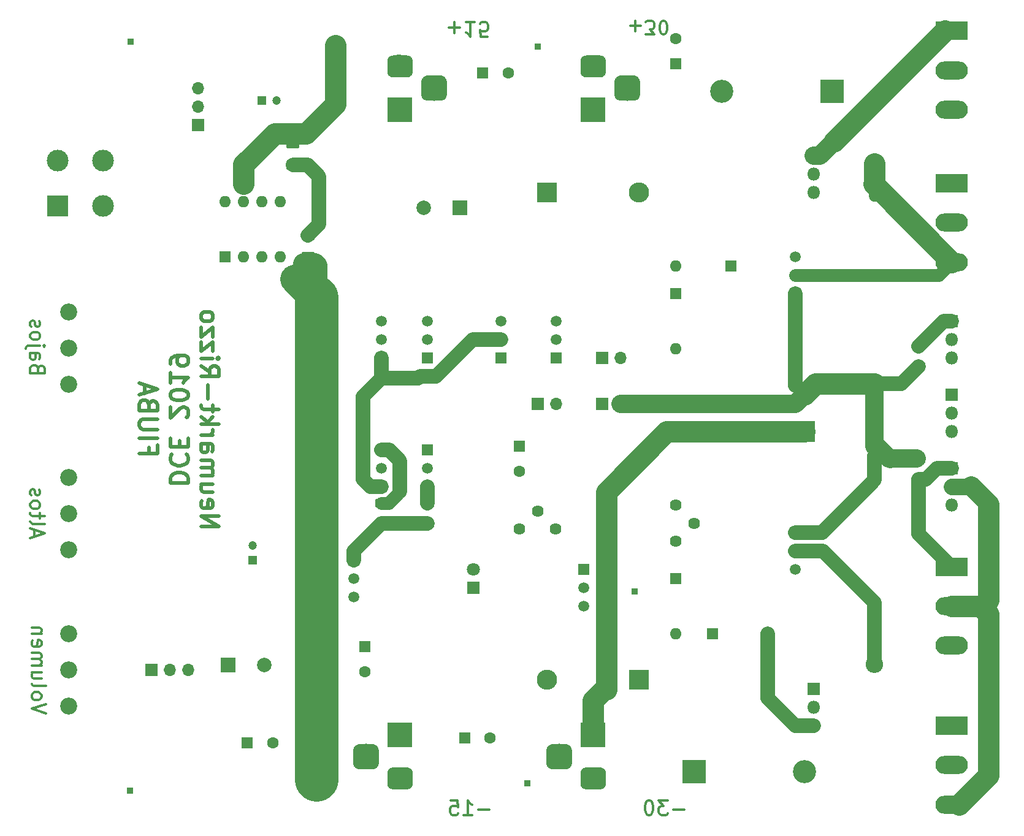
<source format=gbr>
G04 #@! TF.GenerationSoftware,KiCad,Pcbnew,(5.1.2)-2*
G04 #@! TF.CreationDate,2019-07-10T18:17:04-03:00*
G04 #@! TF.ProjectId,kicad_ampli,6b696361-645f-4616-9d70-6c692e6b6963,rev?*
G04 #@! TF.SameCoordinates,Original*
G04 #@! TF.FileFunction,Copper,L2,Bot*
G04 #@! TF.FilePolarity,Positive*
%FSLAX46Y46*%
G04 Gerber Fmt 4.6, Leading zero omitted, Abs format (unit mm)*
G04 Created by KiCad (PCBNEW (5.1.2)-2) date 2019-07-10 18:17:04*
%MOMM*%
%LPD*%
G04 APERTURE LIST*
%ADD10C,0.300000*%
%ADD11C,0.500000*%
%ADD12R,1.500000X1.500000*%
%ADD13C,1.500000*%
%ADD14O,1.700000X1.700000*%
%ADD15R,1.700000X1.700000*%
%ADD16R,0.850000X0.850000*%
%ADD17C,1.200000*%
%ADD18R,1.200000X1.200000*%
%ADD19C,2.000000*%
%ADD20R,2.000000X2.000000*%
%ADD21O,2.400000X2.400000*%
%ADD22C,2.400000*%
%ADD23C,0.100000*%
%ADD24C,3.500000*%
%ADD25C,3.000000*%
%ADD26R,3.500000X3.500000*%
%ADD27C,2.340000*%
%ADD28C,1.600000*%
%ADD29R,1.600000X1.600000*%
%ADD30C,1.620000*%
%ADD31O,1.600000X1.600000*%
%ADD32R,3.000000X3.000000*%
%ADD33O,3.200000X3.200000*%
%ADD34R,3.200000X3.200000*%
%ADD35O,1.800000X1.800000*%
%ADD36R,1.800000X1.800000*%
%ADD37C,1.425000*%
%ADD38C,1.800000*%
%ADD39C,1.250000*%
%ADD40O,4.500000X2.500000*%
%ADD41R,4.500000X2.500000*%
%ADD42O,2.800000X2.800000*%
%ADD43R,2.800000X2.800000*%
%ADD44C,1.700000*%
%ADD45C,1.500000*%
%ADD46C,2.000000*%
%ADD47C,1.750000*%
%ADD48C,3.000000*%
%ADD49C,6.000000*%
%ADD50C,4.000000*%
%ADD51C,2.300000*%
%ADD52C,2.700000*%
%ADD53C,2.500000*%
G04 APERTURE END LIST*
D10*
X46395238Y-126595238D02*
X44395238Y-125928571D01*
X46395238Y-125261904D01*
X44395238Y-124309523D02*
X44490476Y-124500000D01*
X44585714Y-124595238D01*
X44776190Y-124690476D01*
X45347619Y-124690476D01*
X45538095Y-124595238D01*
X45633333Y-124500000D01*
X45728571Y-124309523D01*
X45728571Y-124023809D01*
X45633333Y-123833333D01*
X45538095Y-123738095D01*
X45347619Y-123642857D01*
X44776190Y-123642857D01*
X44585714Y-123738095D01*
X44490476Y-123833333D01*
X44395238Y-124023809D01*
X44395238Y-124309523D01*
X44395238Y-122500000D02*
X44490476Y-122690476D01*
X44680952Y-122785714D01*
X46395238Y-122785714D01*
X45728571Y-120880952D02*
X44395238Y-120880952D01*
X45728571Y-121738095D02*
X44680952Y-121738095D01*
X44490476Y-121642857D01*
X44395238Y-121452380D01*
X44395238Y-121166666D01*
X44490476Y-120976190D01*
X44585714Y-120880952D01*
X44395238Y-119928571D02*
X45728571Y-119928571D01*
X45538095Y-119928571D02*
X45633333Y-119833333D01*
X45728571Y-119642857D01*
X45728571Y-119357142D01*
X45633333Y-119166666D01*
X45442857Y-119071428D01*
X44395238Y-119071428D01*
X45442857Y-119071428D02*
X45633333Y-118976190D01*
X45728571Y-118785714D01*
X45728571Y-118500000D01*
X45633333Y-118309523D01*
X45442857Y-118214285D01*
X44395238Y-118214285D01*
X44490476Y-116500000D02*
X44395238Y-116690476D01*
X44395238Y-117071428D01*
X44490476Y-117261904D01*
X44680952Y-117357142D01*
X45442857Y-117357142D01*
X45633333Y-117261904D01*
X45728571Y-117071428D01*
X45728571Y-116690476D01*
X45633333Y-116500000D01*
X45442857Y-116404761D01*
X45252380Y-116404761D01*
X45061904Y-117357142D01*
X45728571Y-115547619D02*
X44395238Y-115547619D01*
X45538095Y-115547619D02*
X45633333Y-115452380D01*
X45728571Y-115261904D01*
X45728571Y-114976190D01*
X45633333Y-114785714D01*
X45442857Y-114690476D01*
X44395238Y-114690476D01*
X45242857Y-78952380D02*
X45147619Y-78666666D01*
X45052380Y-78571428D01*
X44861904Y-78476190D01*
X44576190Y-78476190D01*
X44385714Y-78571428D01*
X44290476Y-78666666D01*
X44195238Y-78857142D01*
X44195238Y-79619047D01*
X46195238Y-79619047D01*
X46195238Y-78952380D01*
X46100000Y-78761904D01*
X46004761Y-78666666D01*
X45814285Y-78571428D01*
X45623809Y-78571428D01*
X45433333Y-78666666D01*
X45338095Y-78761904D01*
X45242857Y-78952380D01*
X45242857Y-79619047D01*
X44195238Y-76761904D02*
X45242857Y-76761904D01*
X45433333Y-76857142D01*
X45528571Y-77047619D01*
X45528571Y-77428571D01*
X45433333Y-77619047D01*
X44290476Y-76761904D02*
X44195238Y-76952380D01*
X44195238Y-77428571D01*
X44290476Y-77619047D01*
X44480952Y-77714285D01*
X44671428Y-77714285D01*
X44861904Y-77619047D01*
X44957142Y-77428571D01*
X44957142Y-76952380D01*
X45052380Y-76761904D01*
X45528571Y-75809523D02*
X43814285Y-75809523D01*
X43623809Y-75904761D01*
X43528571Y-76095238D01*
X43528571Y-76190476D01*
X46195238Y-75809523D02*
X46100000Y-75904761D01*
X46004761Y-75809523D01*
X46100000Y-75714285D01*
X46195238Y-75809523D01*
X46004761Y-75809523D01*
X44195238Y-74571428D02*
X44290476Y-74761904D01*
X44385714Y-74857142D01*
X44576190Y-74952380D01*
X45147619Y-74952380D01*
X45338095Y-74857142D01*
X45433333Y-74761904D01*
X45528571Y-74571428D01*
X45528571Y-74285714D01*
X45433333Y-74095238D01*
X45338095Y-74000000D01*
X45147619Y-73904761D01*
X44576190Y-73904761D01*
X44385714Y-74000000D01*
X44290476Y-74095238D01*
X44195238Y-74285714D01*
X44195238Y-74571428D01*
X44290476Y-73142857D02*
X44195238Y-72952380D01*
X44195238Y-72571428D01*
X44290476Y-72380952D01*
X44480952Y-72285714D01*
X44576190Y-72285714D01*
X44766666Y-72380952D01*
X44861904Y-72571428D01*
X44861904Y-72857142D01*
X44957142Y-73047619D01*
X45147619Y-73142857D01*
X45242857Y-73142857D01*
X45433333Y-73047619D01*
X45528571Y-72857142D01*
X45528571Y-72571428D01*
X45433333Y-72380952D01*
X44766666Y-102185714D02*
X44766666Y-101233333D01*
X44195238Y-102376190D02*
X46195238Y-101709523D01*
X44195238Y-101042857D01*
X44195238Y-100090476D02*
X44290476Y-100280952D01*
X44480952Y-100376190D01*
X46195238Y-100376190D01*
X45528571Y-99614285D02*
X45528571Y-98852380D01*
X46195238Y-99328571D02*
X44480952Y-99328571D01*
X44290476Y-99233333D01*
X44195238Y-99042857D01*
X44195238Y-98852380D01*
X44195238Y-97900000D02*
X44290476Y-98090476D01*
X44385714Y-98185714D01*
X44576190Y-98280952D01*
X45147619Y-98280952D01*
X45338095Y-98185714D01*
X45433333Y-98090476D01*
X45528571Y-97900000D01*
X45528571Y-97614285D01*
X45433333Y-97423809D01*
X45338095Y-97328571D01*
X45147619Y-97233333D01*
X44576190Y-97233333D01*
X44385714Y-97328571D01*
X44290476Y-97423809D01*
X44195238Y-97614285D01*
X44195238Y-97900000D01*
X44290476Y-96471428D02*
X44195238Y-96280952D01*
X44195238Y-95900000D01*
X44290476Y-95709523D01*
X44480952Y-95614285D01*
X44576190Y-95614285D01*
X44766666Y-95709523D01*
X44861904Y-95900000D01*
X44861904Y-96185714D01*
X44957142Y-96376190D01*
X45147619Y-96471428D01*
X45242857Y-96471428D01*
X45433333Y-96376190D01*
X45528571Y-96185714D01*
X45528571Y-95900000D01*
X45433333Y-95709523D01*
X107568666Y-139842857D02*
X106044857Y-139842857D01*
X104044857Y-140604761D02*
X105187714Y-140604761D01*
X104616285Y-140604761D02*
X104616285Y-138604761D01*
X104806761Y-138890476D01*
X104997238Y-139080952D01*
X105187714Y-139176190D01*
X102235333Y-138604761D02*
X103187714Y-138604761D01*
X103282952Y-139557142D01*
X103187714Y-139461904D01*
X102997238Y-139366666D01*
X102521047Y-139366666D01*
X102330571Y-139461904D01*
X102235333Y-139557142D01*
X102140095Y-139747619D01*
X102140095Y-140223809D01*
X102235333Y-140414285D01*
X102330571Y-140509523D01*
X102521047Y-140604761D01*
X102997238Y-140604761D01*
X103187714Y-140509523D01*
X103282952Y-140414285D01*
X134492666Y-139842857D02*
X132968857Y-139842857D01*
X132206952Y-138604761D02*
X130968857Y-138604761D01*
X131635523Y-139366666D01*
X131349809Y-139366666D01*
X131159333Y-139461904D01*
X131064095Y-139557142D01*
X130968857Y-139747619D01*
X130968857Y-140223809D01*
X131064095Y-140414285D01*
X131159333Y-140509523D01*
X131349809Y-140604761D01*
X131921238Y-140604761D01*
X132111714Y-140509523D01*
X132206952Y-140414285D01*
X129730761Y-138604761D02*
X129540285Y-138604761D01*
X129349809Y-138700000D01*
X129254571Y-138795238D01*
X129159333Y-138985714D01*
X129064095Y-139366666D01*
X129064095Y-139842857D01*
X129159333Y-140223809D01*
X129254571Y-140414285D01*
X129349809Y-140509523D01*
X129540285Y-140604761D01*
X129730761Y-140604761D01*
X129921238Y-140509523D01*
X130016476Y-140414285D01*
X130111714Y-140223809D01*
X130206952Y-139842857D01*
X130206952Y-139366666D01*
X130111714Y-138985714D01*
X130016476Y-138795238D01*
X129921238Y-138700000D01*
X129730761Y-138604761D01*
X127006666Y-31614285D02*
X128454285Y-31614285D01*
X127730476Y-30890476D02*
X127730476Y-32338095D01*
X129178095Y-32790476D02*
X130354285Y-32790476D01*
X129720952Y-32066666D01*
X129992380Y-32066666D01*
X130173333Y-31976190D01*
X130263809Y-31885714D01*
X130354285Y-31704761D01*
X130354285Y-31252380D01*
X130263809Y-31071428D01*
X130173333Y-30980952D01*
X129992380Y-30890476D01*
X129449523Y-30890476D01*
X129268571Y-30980952D01*
X129178095Y-31071428D01*
X131530476Y-32790476D02*
X131711428Y-32790476D01*
X131892380Y-32700000D01*
X131982857Y-32609523D01*
X132073333Y-32428571D01*
X132163809Y-32066666D01*
X132163809Y-31614285D01*
X132073333Y-31252380D01*
X131982857Y-31071428D01*
X131892380Y-30980952D01*
X131711428Y-30890476D01*
X131530476Y-30890476D01*
X131349523Y-30980952D01*
X131259047Y-31071428D01*
X131168571Y-31252380D01*
X131078095Y-31614285D01*
X131078095Y-32066666D01*
X131168571Y-32428571D01*
X131259047Y-32609523D01*
X131349523Y-32700000D01*
X131530476Y-32790476D01*
X101981333Y-31861142D02*
X103505142Y-31861142D01*
X102743238Y-31099238D02*
X102743238Y-32623047D01*
X105505142Y-31099238D02*
X104362285Y-31099238D01*
X104933714Y-31099238D02*
X104933714Y-33099238D01*
X104743238Y-32813523D01*
X104552761Y-32623047D01*
X104362285Y-32527809D01*
X107314666Y-33099238D02*
X106362285Y-33099238D01*
X106267047Y-32146857D01*
X106362285Y-32242095D01*
X106552761Y-32337333D01*
X107028952Y-32337333D01*
X107219428Y-32242095D01*
X107314666Y-32146857D01*
X107409904Y-31956380D01*
X107409904Y-31480190D01*
X107314666Y-31289714D01*
X107219428Y-31194476D01*
X107028952Y-31099238D01*
X106552761Y-31099238D01*
X106362285Y-31194476D01*
X106267047Y-31289714D01*
D11*
X67762047Y-100740904D02*
X70262047Y-100740904D01*
X67762047Y-99312333D01*
X70262047Y-99312333D01*
X67881095Y-97169476D02*
X67762047Y-97407571D01*
X67762047Y-97883761D01*
X67881095Y-98121857D01*
X68119190Y-98240904D01*
X69071571Y-98240904D01*
X69309666Y-98121857D01*
X69428714Y-97883761D01*
X69428714Y-97407571D01*
X69309666Y-97169476D01*
X69071571Y-97050428D01*
X68833476Y-97050428D01*
X68595380Y-98240904D01*
X69428714Y-94907571D02*
X67762047Y-94907571D01*
X69428714Y-95979000D02*
X68119190Y-95979000D01*
X67881095Y-95859952D01*
X67762047Y-95621857D01*
X67762047Y-95264714D01*
X67881095Y-95026619D01*
X68000142Y-94907571D01*
X67762047Y-93717095D02*
X69428714Y-93717095D01*
X69190619Y-93717095D02*
X69309666Y-93598047D01*
X69428714Y-93359952D01*
X69428714Y-93002809D01*
X69309666Y-92764714D01*
X69071571Y-92645666D01*
X67762047Y-92645666D01*
X69071571Y-92645666D02*
X69309666Y-92526619D01*
X69428714Y-92288523D01*
X69428714Y-91931380D01*
X69309666Y-91693285D01*
X69071571Y-91574238D01*
X67762047Y-91574238D01*
X67762047Y-89312333D02*
X69071571Y-89312333D01*
X69309666Y-89431380D01*
X69428714Y-89669476D01*
X69428714Y-90145666D01*
X69309666Y-90383761D01*
X67881095Y-89312333D02*
X67762047Y-89550428D01*
X67762047Y-90145666D01*
X67881095Y-90383761D01*
X68119190Y-90502809D01*
X68357285Y-90502809D01*
X68595380Y-90383761D01*
X68714428Y-90145666D01*
X68714428Y-89550428D01*
X68833476Y-89312333D01*
X67762047Y-88121857D02*
X69428714Y-88121857D01*
X68952523Y-88121857D02*
X69190619Y-88002809D01*
X69309666Y-87883761D01*
X69428714Y-87645666D01*
X69428714Y-87407571D01*
X67762047Y-86574238D02*
X70262047Y-86574238D01*
X68714428Y-86336142D02*
X67762047Y-85621857D01*
X69428714Y-85621857D02*
X68476333Y-86574238D01*
X69428714Y-84907571D02*
X69428714Y-83955190D01*
X70262047Y-84550428D02*
X68119190Y-84550428D01*
X67881095Y-84431380D01*
X67762047Y-84193285D01*
X67762047Y-83955190D01*
X68714428Y-83121857D02*
X68714428Y-81217095D01*
X67762047Y-78598047D02*
X68952523Y-79431380D01*
X67762047Y-80026619D02*
X70262047Y-80026619D01*
X70262047Y-79074238D01*
X70143000Y-78836142D01*
X70023952Y-78717095D01*
X69785857Y-78598047D01*
X69428714Y-78598047D01*
X69190619Y-78717095D01*
X69071571Y-78836142D01*
X68952523Y-79074238D01*
X68952523Y-80026619D01*
X67762047Y-77526619D02*
X69428714Y-77526619D01*
X70262047Y-77526619D02*
X70143000Y-77645666D01*
X70023952Y-77526619D01*
X70143000Y-77407571D01*
X70262047Y-77526619D01*
X70023952Y-77526619D01*
X69428714Y-76574238D02*
X69428714Y-75264714D01*
X67762047Y-76574238D01*
X67762047Y-75264714D01*
X69428714Y-74550428D02*
X69428714Y-73240904D01*
X67762047Y-74550428D01*
X67762047Y-73240904D01*
X67762047Y-71931380D02*
X67881095Y-72169476D01*
X68000142Y-72288523D01*
X68238238Y-72407571D01*
X68952523Y-72407571D01*
X69190619Y-72288523D01*
X69309666Y-72169476D01*
X69428714Y-71931380D01*
X69428714Y-71574238D01*
X69309666Y-71336142D01*
X69190619Y-71217095D01*
X68952523Y-71098047D01*
X68238238Y-71098047D01*
X68000142Y-71217095D01*
X67881095Y-71336142D01*
X67762047Y-71574238D01*
X67762047Y-71931380D01*
X63512047Y-94729000D02*
X66012047Y-94729000D01*
X66012047Y-94133761D01*
X65893000Y-93776619D01*
X65654904Y-93538523D01*
X65416809Y-93419476D01*
X64940619Y-93300428D01*
X64583476Y-93300428D01*
X64107285Y-93419476D01*
X63869190Y-93538523D01*
X63631095Y-93776619D01*
X63512047Y-94133761D01*
X63512047Y-94729000D01*
X63750142Y-90800428D02*
X63631095Y-90919476D01*
X63512047Y-91276619D01*
X63512047Y-91514714D01*
X63631095Y-91871857D01*
X63869190Y-92109952D01*
X64107285Y-92229000D01*
X64583476Y-92348047D01*
X64940619Y-92348047D01*
X65416809Y-92229000D01*
X65654904Y-92109952D01*
X65893000Y-91871857D01*
X66012047Y-91514714D01*
X66012047Y-91276619D01*
X65893000Y-90919476D01*
X65773952Y-90800428D01*
X64821571Y-89729000D02*
X64821571Y-88895666D01*
X63512047Y-88538523D02*
X63512047Y-89729000D01*
X66012047Y-89729000D01*
X66012047Y-88538523D01*
X65773952Y-85681380D02*
X65893000Y-85562333D01*
X66012047Y-85324238D01*
X66012047Y-84729000D01*
X65893000Y-84490904D01*
X65773952Y-84371857D01*
X65535857Y-84252809D01*
X65297761Y-84252809D01*
X64940619Y-84371857D01*
X63512047Y-85800428D01*
X63512047Y-84252809D01*
X66012047Y-82705190D02*
X66012047Y-82467095D01*
X65893000Y-82229000D01*
X65773952Y-82109952D01*
X65535857Y-81990904D01*
X65059666Y-81871857D01*
X64464428Y-81871857D01*
X63988238Y-81990904D01*
X63750142Y-82109952D01*
X63631095Y-82229000D01*
X63512047Y-82467095D01*
X63512047Y-82705190D01*
X63631095Y-82943285D01*
X63750142Y-83062333D01*
X63988238Y-83181380D01*
X64464428Y-83300428D01*
X65059666Y-83300428D01*
X65535857Y-83181380D01*
X65773952Y-83062333D01*
X65893000Y-82943285D01*
X66012047Y-82705190D01*
X63512047Y-79490904D02*
X63512047Y-80919476D01*
X63512047Y-80205190D02*
X66012047Y-80205190D01*
X65654904Y-80443285D01*
X65416809Y-80681380D01*
X65297761Y-80919476D01*
X63512047Y-78300428D02*
X63512047Y-77824238D01*
X63631095Y-77586142D01*
X63750142Y-77467095D01*
X64107285Y-77229000D01*
X64583476Y-77109952D01*
X65535857Y-77109952D01*
X65773952Y-77229000D01*
X65893000Y-77348047D01*
X66012047Y-77586142D01*
X66012047Y-78062333D01*
X65893000Y-78300428D01*
X65773952Y-78419476D01*
X65535857Y-78538523D01*
X64940619Y-78538523D01*
X64702523Y-78419476D01*
X64583476Y-78300428D01*
X64464428Y-78062333D01*
X64464428Y-77586142D01*
X64583476Y-77348047D01*
X64702523Y-77229000D01*
X64940619Y-77109952D01*
X60571571Y-89848047D02*
X60571571Y-90681380D01*
X59262047Y-90681380D02*
X61762047Y-90681380D01*
X61762047Y-89490904D01*
X59262047Y-88538523D02*
X61762047Y-88538523D01*
X61762047Y-87348047D02*
X59738238Y-87348047D01*
X59500142Y-87229000D01*
X59381095Y-87109952D01*
X59262047Y-86871857D01*
X59262047Y-86395666D01*
X59381095Y-86157571D01*
X59500142Y-86038523D01*
X59738238Y-85919476D01*
X61762047Y-85919476D01*
X60571571Y-83895666D02*
X60452523Y-83538523D01*
X60333476Y-83419476D01*
X60095380Y-83300428D01*
X59738238Y-83300428D01*
X59500142Y-83419476D01*
X59381095Y-83538523D01*
X59262047Y-83776619D01*
X59262047Y-84729000D01*
X61762047Y-84729000D01*
X61762047Y-83895666D01*
X61643000Y-83657571D01*
X61523952Y-83538523D01*
X61285857Y-83419476D01*
X61047761Y-83419476D01*
X60809666Y-83538523D01*
X60690619Y-83657571D01*
X60571571Y-83895666D01*
X60571571Y-84729000D01*
X59976333Y-82348047D02*
X59976333Y-81157571D01*
X59262047Y-82586142D02*
X61762047Y-81752809D01*
X59262047Y-80919476D01*
D12*
X149860000Y-68580000D03*
D13*
X149860000Y-63500000D03*
X149860000Y-66040000D03*
D12*
X149860000Y-101600000D03*
D13*
X149860000Y-106680000D03*
X149860000Y-104140000D03*
D14*
X66030000Y-120525000D03*
X63490000Y-120525000D03*
D15*
X60950000Y-120525000D03*
D14*
X125730000Y-77470000D03*
D15*
X123190000Y-77470000D03*
D14*
X116840000Y-83820000D03*
D15*
X114300000Y-83820000D03*
D14*
X125730000Y-83820000D03*
D15*
X123190000Y-83820000D03*
D14*
X67400000Y-40220000D03*
X67400000Y-42760000D03*
D15*
X67400000Y-45300000D03*
D16*
X127635000Y-109728000D03*
X96012000Y-100330000D03*
D17*
X78200000Y-41910000D03*
D18*
X76200000Y-41910000D03*
D17*
X74930000Y-103410000D03*
D18*
X74930000Y-105410000D03*
D19*
X98530000Y-56760000D03*
D20*
X103530000Y-56760000D03*
D19*
X76501000Y-119888000D03*
D20*
X71501000Y-119888000D03*
D21*
X160782000Y-119761000D03*
D22*
X160782000Y-89281000D03*
D21*
X160782000Y-81026000D03*
D22*
X160782000Y-50546000D03*
D16*
X57950000Y-137275000D03*
X58075000Y-33800000D03*
X112800000Y-136225000D03*
X114275000Y-34425000D03*
X83693000Y-137150000D03*
X86350000Y-34450000D03*
D23*
G36*
X100910765Y-38434213D02*
G01*
X100995704Y-38446813D01*
X101078999Y-38467677D01*
X101159848Y-38496605D01*
X101237472Y-38533319D01*
X101311124Y-38577464D01*
X101380094Y-38628616D01*
X101443718Y-38686282D01*
X101501384Y-38749906D01*
X101552536Y-38818876D01*
X101596681Y-38892528D01*
X101633395Y-38970152D01*
X101662323Y-39051001D01*
X101683187Y-39134296D01*
X101695787Y-39219235D01*
X101700000Y-39305000D01*
X101700000Y-41055000D01*
X101695787Y-41140765D01*
X101683187Y-41225704D01*
X101662323Y-41308999D01*
X101633395Y-41389848D01*
X101596681Y-41467472D01*
X101552536Y-41541124D01*
X101501384Y-41610094D01*
X101443718Y-41673718D01*
X101380094Y-41731384D01*
X101311124Y-41782536D01*
X101237472Y-41826681D01*
X101159848Y-41863395D01*
X101078999Y-41892323D01*
X100995704Y-41913187D01*
X100910765Y-41925787D01*
X100825000Y-41930000D01*
X99075000Y-41930000D01*
X98989235Y-41925787D01*
X98904296Y-41913187D01*
X98821001Y-41892323D01*
X98740152Y-41863395D01*
X98662528Y-41826681D01*
X98588876Y-41782536D01*
X98519906Y-41731384D01*
X98456282Y-41673718D01*
X98398616Y-41610094D01*
X98347464Y-41541124D01*
X98303319Y-41467472D01*
X98266605Y-41389848D01*
X98237677Y-41308999D01*
X98216813Y-41225704D01*
X98204213Y-41140765D01*
X98200000Y-41055000D01*
X98200000Y-39305000D01*
X98204213Y-39219235D01*
X98216813Y-39134296D01*
X98237677Y-39051001D01*
X98266605Y-38970152D01*
X98303319Y-38892528D01*
X98347464Y-38818876D01*
X98398616Y-38749906D01*
X98456282Y-38686282D01*
X98519906Y-38628616D01*
X98588876Y-38577464D01*
X98662528Y-38533319D01*
X98740152Y-38496605D01*
X98821001Y-38467677D01*
X98904296Y-38446813D01*
X98989235Y-38434213D01*
X99075000Y-38430000D01*
X100825000Y-38430000D01*
X100910765Y-38434213D01*
X100910765Y-38434213D01*
G37*
D24*
X99950000Y-40180000D03*
D23*
G36*
X96323513Y-35683611D02*
G01*
X96396318Y-35694411D01*
X96467714Y-35712295D01*
X96537013Y-35737090D01*
X96603548Y-35768559D01*
X96666678Y-35806398D01*
X96725795Y-35850242D01*
X96780330Y-35899670D01*
X96829758Y-35954205D01*
X96873602Y-36013322D01*
X96911441Y-36076452D01*
X96942910Y-36142987D01*
X96967705Y-36212286D01*
X96985589Y-36283682D01*
X96996389Y-36356487D01*
X97000000Y-36430000D01*
X97000000Y-37930000D01*
X96996389Y-38003513D01*
X96985589Y-38076318D01*
X96967705Y-38147714D01*
X96942910Y-38217013D01*
X96911441Y-38283548D01*
X96873602Y-38346678D01*
X96829758Y-38405795D01*
X96780330Y-38460330D01*
X96725795Y-38509758D01*
X96666678Y-38553602D01*
X96603548Y-38591441D01*
X96537013Y-38622910D01*
X96467714Y-38647705D01*
X96396318Y-38665589D01*
X96323513Y-38676389D01*
X96250000Y-38680000D01*
X94250000Y-38680000D01*
X94176487Y-38676389D01*
X94103682Y-38665589D01*
X94032286Y-38647705D01*
X93962987Y-38622910D01*
X93896452Y-38591441D01*
X93833322Y-38553602D01*
X93774205Y-38509758D01*
X93719670Y-38460330D01*
X93670242Y-38405795D01*
X93626398Y-38346678D01*
X93588559Y-38283548D01*
X93557090Y-38217013D01*
X93532295Y-38147714D01*
X93514411Y-38076318D01*
X93503611Y-38003513D01*
X93500000Y-37930000D01*
X93500000Y-36430000D01*
X93503611Y-36356487D01*
X93514411Y-36283682D01*
X93532295Y-36212286D01*
X93557090Y-36142987D01*
X93588559Y-36076452D01*
X93626398Y-36013322D01*
X93670242Y-35954205D01*
X93719670Y-35899670D01*
X93774205Y-35850242D01*
X93833322Y-35806398D01*
X93896452Y-35768559D01*
X93962987Y-35737090D01*
X94032286Y-35712295D01*
X94103682Y-35694411D01*
X94176487Y-35683611D01*
X94250000Y-35680000D01*
X96250000Y-35680000D01*
X96323513Y-35683611D01*
X96323513Y-35683611D01*
G37*
D25*
X95250000Y-37180000D03*
D26*
X95250000Y-43180000D03*
D23*
G36*
X91510765Y-130794213D02*
G01*
X91595704Y-130806813D01*
X91678999Y-130827677D01*
X91759848Y-130856605D01*
X91837472Y-130893319D01*
X91911124Y-130937464D01*
X91980094Y-130988616D01*
X92043718Y-131046282D01*
X92101384Y-131109906D01*
X92152536Y-131178876D01*
X92196681Y-131252528D01*
X92233395Y-131330152D01*
X92262323Y-131411001D01*
X92283187Y-131494296D01*
X92295787Y-131579235D01*
X92300000Y-131665000D01*
X92300000Y-133415000D01*
X92295787Y-133500765D01*
X92283187Y-133585704D01*
X92262323Y-133668999D01*
X92233395Y-133749848D01*
X92196681Y-133827472D01*
X92152536Y-133901124D01*
X92101384Y-133970094D01*
X92043718Y-134033718D01*
X91980094Y-134091384D01*
X91911124Y-134142536D01*
X91837472Y-134186681D01*
X91759848Y-134223395D01*
X91678999Y-134252323D01*
X91595704Y-134273187D01*
X91510765Y-134285787D01*
X91425000Y-134290000D01*
X89675000Y-134290000D01*
X89589235Y-134285787D01*
X89504296Y-134273187D01*
X89421001Y-134252323D01*
X89340152Y-134223395D01*
X89262528Y-134186681D01*
X89188876Y-134142536D01*
X89119906Y-134091384D01*
X89056282Y-134033718D01*
X88998616Y-133970094D01*
X88947464Y-133901124D01*
X88903319Y-133827472D01*
X88866605Y-133749848D01*
X88837677Y-133668999D01*
X88816813Y-133585704D01*
X88804213Y-133500765D01*
X88800000Y-133415000D01*
X88800000Y-131665000D01*
X88804213Y-131579235D01*
X88816813Y-131494296D01*
X88837677Y-131411001D01*
X88866605Y-131330152D01*
X88903319Y-131252528D01*
X88947464Y-131178876D01*
X88998616Y-131109906D01*
X89056282Y-131046282D01*
X89119906Y-130988616D01*
X89188876Y-130937464D01*
X89262528Y-130893319D01*
X89340152Y-130856605D01*
X89421001Y-130827677D01*
X89504296Y-130806813D01*
X89589235Y-130794213D01*
X89675000Y-130790000D01*
X91425000Y-130790000D01*
X91510765Y-130794213D01*
X91510765Y-130794213D01*
G37*
D24*
X90550000Y-132540000D03*
D23*
G36*
X96323513Y-134043611D02*
G01*
X96396318Y-134054411D01*
X96467714Y-134072295D01*
X96537013Y-134097090D01*
X96603548Y-134128559D01*
X96666678Y-134166398D01*
X96725795Y-134210242D01*
X96780330Y-134259670D01*
X96829758Y-134314205D01*
X96873602Y-134373322D01*
X96911441Y-134436452D01*
X96942910Y-134502987D01*
X96967705Y-134572286D01*
X96985589Y-134643682D01*
X96996389Y-134716487D01*
X97000000Y-134790000D01*
X97000000Y-136290000D01*
X96996389Y-136363513D01*
X96985589Y-136436318D01*
X96967705Y-136507714D01*
X96942910Y-136577013D01*
X96911441Y-136643548D01*
X96873602Y-136706678D01*
X96829758Y-136765795D01*
X96780330Y-136820330D01*
X96725795Y-136869758D01*
X96666678Y-136913602D01*
X96603548Y-136951441D01*
X96537013Y-136982910D01*
X96467714Y-137007705D01*
X96396318Y-137025589D01*
X96323513Y-137036389D01*
X96250000Y-137040000D01*
X94250000Y-137040000D01*
X94176487Y-137036389D01*
X94103682Y-137025589D01*
X94032286Y-137007705D01*
X93962987Y-136982910D01*
X93896452Y-136951441D01*
X93833322Y-136913602D01*
X93774205Y-136869758D01*
X93719670Y-136820330D01*
X93670242Y-136765795D01*
X93626398Y-136706678D01*
X93588559Y-136643548D01*
X93557090Y-136577013D01*
X93532295Y-136507714D01*
X93514411Y-136436318D01*
X93503611Y-136363513D01*
X93500000Y-136290000D01*
X93500000Y-134790000D01*
X93503611Y-134716487D01*
X93514411Y-134643682D01*
X93532295Y-134572286D01*
X93557090Y-134502987D01*
X93588559Y-134436452D01*
X93626398Y-134373322D01*
X93670242Y-134314205D01*
X93719670Y-134259670D01*
X93774205Y-134210242D01*
X93833322Y-134166398D01*
X93896452Y-134128559D01*
X93962987Y-134097090D01*
X94032286Y-134072295D01*
X94103682Y-134054411D01*
X94176487Y-134043611D01*
X94250000Y-134040000D01*
X96250000Y-134040000D01*
X96323513Y-134043611D01*
X96323513Y-134043611D01*
G37*
D25*
X95250000Y-135540000D03*
D26*
X95250000Y-129540000D03*
D23*
G36*
X127580765Y-38434213D02*
G01*
X127665704Y-38446813D01*
X127748999Y-38467677D01*
X127829848Y-38496605D01*
X127907472Y-38533319D01*
X127981124Y-38577464D01*
X128050094Y-38628616D01*
X128113718Y-38686282D01*
X128171384Y-38749906D01*
X128222536Y-38818876D01*
X128266681Y-38892528D01*
X128303395Y-38970152D01*
X128332323Y-39051001D01*
X128353187Y-39134296D01*
X128365787Y-39219235D01*
X128370000Y-39305000D01*
X128370000Y-41055000D01*
X128365787Y-41140765D01*
X128353187Y-41225704D01*
X128332323Y-41308999D01*
X128303395Y-41389848D01*
X128266681Y-41467472D01*
X128222536Y-41541124D01*
X128171384Y-41610094D01*
X128113718Y-41673718D01*
X128050094Y-41731384D01*
X127981124Y-41782536D01*
X127907472Y-41826681D01*
X127829848Y-41863395D01*
X127748999Y-41892323D01*
X127665704Y-41913187D01*
X127580765Y-41925787D01*
X127495000Y-41930000D01*
X125745000Y-41930000D01*
X125659235Y-41925787D01*
X125574296Y-41913187D01*
X125491001Y-41892323D01*
X125410152Y-41863395D01*
X125332528Y-41826681D01*
X125258876Y-41782536D01*
X125189906Y-41731384D01*
X125126282Y-41673718D01*
X125068616Y-41610094D01*
X125017464Y-41541124D01*
X124973319Y-41467472D01*
X124936605Y-41389848D01*
X124907677Y-41308999D01*
X124886813Y-41225704D01*
X124874213Y-41140765D01*
X124870000Y-41055000D01*
X124870000Y-39305000D01*
X124874213Y-39219235D01*
X124886813Y-39134296D01*
X124907677Y-39051001D01*
X124936605Y-38970152D01*
X124973319Y-38892528D01*
X125017464Y-38818876D01*
X125068616Y-38749906D01*
X125126282Y-38686282D01*
X125189906Y-38628616D01*
X125258876Y-38577464D01*
X125332528Y-38533319D01*
X125410152Y-38496605D01*
X125491001Y-38467677D01*
X125574296Y-38446813D01*
X125659235Y-38434213D01*
X125745000Y-38430000D01*
X127495000Y-38430000D01*
X127580765Y-38434213D01*
X127580765Y-38434213D01*
G37*
D24*
X126620000Y-40180000D03*
D23*
G36*
X122993513Y-35683611D02*
G01*
X123066318Y-35694411D01*
X123137714Y-35712295D01*
X123207013Y-35737090D01*
X123273548Y-35768559D01*
X123336678Y-35806398D01*
X123395795Y-35850242D01*
X123450330Y-35899670D01*
X123499758Y-35954205D01*
X123543602Y-36013322D01*
X123581441Y-36076452D01*
X123612910Y-36142987D01*
X123637705Y-36212286D01*
X123655589Y-36283682D01*
X123666389Y-36356487D01*
X123670000Y-36430000D01*
X123670000Y-37930000D01*
X123666389Y-38003513D01*
X123655589Y-38076318D01*
X123637705Y-38147714D01*
X123612910Y-38217013D01*
X123581441Y-38283548D01*
X123543602Y-38346678D01*
X123499758Y-38405795D01*
X123450330Y-38460330D01*
X123395795Y-38509758D01*
X123336678Y-38553602D01*
X123273548Y-38591441D01*
X123207013Y-38622910D01*
X123137714Y-38647705D01*
X123066318Y-38665589D01*
X122993513Y-38676389D01*
X122920000Y-38680000D01*
X120920000Y-38680000D01*
X120846487Y-38676389D01*
X120773682Y-38665589D01*
X120702286Y-38647705D01*
X120632987Y-38622910D01*
X120566452Y-38591441D01*
X120503322Y-38553602D01*
X120444205Y-38509758D01*
X120389670Y-38460330D01*
X120340242Y-38405795D01*
X120296398Y-38346678D01*
X120258559Y-38283548D01*
X120227090Y-38217013D01*
X120202295Y-38147714D01*
X120184411Y-38076318D01*
X120173611Y-38003513D01*
X120170000Y-37930000D01*
X120170000Y-36430000D01*
X120173611Y-36356487D01*
X120184411Y-36283682D01*
X120202295Y-36212286D01*
X120227090Y-36142987D01*
X120258559Y-36076452D01*
X120296398Y-36013322D01*
X120340242Y-35954205D01*
X120389670Y-35899670D01*
X120444205Y-35850242D01*
X120503322Y-35806398D01*
X120566452Y-35768559D01*
X120632987Y-35737090D01*
X120702286Y-35712295D01*
X120773682Y-35694411D01*
X120846487Y-35683611D01*
X120920000Y-35680000D01*
X122920000Y-35680000D01*
X122993513Y-35683611D01*
X122993513Y-35683611D01*
G37*
D25*
X121920000Y-37180000D03*
D26*
X121920000Y-43180000D03*
D23*
G36*
X118180765Y-130794213D02*
G01*
X118265704Y-130806813D01*
X118348999Y-130827677D01*
X118429848Y-130856605D01*
X118507472Y-130893319D01*
X118581124Y-130937464D01*
X118650094Y-130988616D01*
X118713718Y-131046282D01*
X118771384Y-131109906D01*
X118822536Y-131178876D01*
X118866681Y-131252528D01*
X118903395Y-131330152D01*
X118932323Y-131411001D01*
X118953187Y-131494296D01*
X118965787Y-131579235D01*
X118970000Y-131665000D01*
X118970000Y-133415000D01*
X118965787Y-133500765D01*
X118953187Y-133585704D01*
X118932323Y-133668999D01*
X118903395Y-133749848D01*
X118866681Y-133827472D01*
X118822536Y-133901124D01*
X118771384Y-133970094D01*
X118713718Y-134033718D01*
X118650094Y-134091384D01*
X118581124Y-134142536D01*
X118507472Y-134186681D01*
X118429848Y-134223395D01*
X118348999Y-134252323D01*
X118265704Y-134273187D01*
X118180765Y-134285787D01*
X118095000Y-134290000D01*
X116345000Y-134290000D01*
X116259235Y-134285787D01*
X116174296Y-134273187D01*
X116091001Y-134252323D01*
X116010152Y-134223395D01*
X115932528Y-134186681D01*
X115858876Y-134142536D01*
X115789906Y-134091384D01*
X115726282Y-134033718D01*
X115668616Y-133970094D01*
X115617464Y-133901124D01*
X115573319Y-133827472D01*
X115536605Y-133749848D01*
X115507677Y-133668999D01*
X115486813Y-133585704D01*
X115474213Y-133500765D01*
X115470000Y-133415000D01*
X115470000Y-131665000D01*
X115474213Y-131579235D01*
X115486813Y-131494296D01*
X115507677Y-131411001D01*
X115536605Y-131330152D01*
X115573319Y-131252528D01*
X115617464Y-131178876D01*
X115668616Y-131109906D01*
X115726282Y-131046282D01*
X115789906Y-130988616D01*
X115858876Y-130937464D01*
X115932528Y-130893319D01*
X116010152Y-130856605D01*
X116091001Y-130827677D01*
X116174296Y-130806813D01*
X116259235Y-130794213D01*
X116345000Y-130790000D01*
X118095000Y-130790000D01*
X118180765Y-130794213D01*
X118180765Y-130794213D01*
G37*
D24*
X117220000Y-132540000D03*
D23*
G36*
X122993513Y-134043611D02*
G01*
X123066318Y-134054411D01*
X123137714Y-134072295D01*
X123207013Y-134097090D01*
X123273548Y-134128559D01*
X123336678Y-134166398D01*
X123395795Y-134210242D01*
X123450330Y-134259670D01*
X123499758Y-134314205D01*
X123543602Y-134373322D01*
X123581441Y-134436452D01*
X123612910Y-134502987D01*
X123637705Y-134572286D01*
X123655589Y-134643682D01*
X123666389Y-134716487D01*
X123670000Y-134790000D01*
X123670000Y-136290000D01*
X123666389Y-136363513D01*
X123655589Y-136436318D01*
X123637705Y-136507714D01*
X123612910Y-136577013D01*
X123581441Y-136643548D01*
X123543602Y-136706678D01*
X123499758Y-136765795D01*
X123450330Y-136820330D01*
X123395795Y-136869758D01*
X123336678Y-136913602D01*
X123273548Y-136951441D01*
X123207013Y-136982910D01*
X123137714Y-137007705D01*
X123066318Y-137025589D01*
X122993513Y-137036389D01*
X122920000Y-137040000D01*
X120920000Y-137040000D01*
X120846487Y-137036389D01*
X120773682Y-137025589D01*
X120702286Y-137007705D01*
X120632987Y-136982910D01*
X120566452Y-136951441D01*
X120503322Y-136913602D01*
X120444205Y-136869758D01*
X120389670Y-136820330D01*
X120340242Y-136765795D01*
X120296398Y-136706678D01*
X120258559Y-136643548D01*
X120227090Y-136577013D01*
X120202295Y-136507714D01*
X120184411Y-136436318D01*
X120173611Y-136363513D01*
X120170000Y-136290000D01*
X120170000Y-134790000D01*
X120173611Y-134716487D01*
X120184411Y-134643682D01*
X120202295Y-134572286D01*
X120227090Y-134502987D01*
X120258559Y-134436452D01*
X120296398Y-134373322D01*
X120340242Y-134314205D01*
X120389670Y-134259670D01*
X120444205Y-134210242D01*
X120503322Y-134166398D01*
X120566452Y-134128559D01*
X120632987Y-134097090D01*
X120702286Y-134072295D01*
X120773682Y-134054411D01*
X120846487Y-134043611D01*
X120920000Y-134040000D01*
X122920000Y-134040000D01*
X122993513Y-134043611D01*
X122993513Y-134043611D01*
G37*
D25*
X121920000Y-135540000D03*
D26*
X121920000Y-129540000D03*
D27*
X49530000Y-93980000D03*
X49530000Y-98980000D03*
X49530000Y-103980000D03*
X49530000Y-115570000D03*
X49530000Y-120570000D03*
X49530000Y-125570000D03*
X49530000Y-71120000D03*
X49530000Y-76120000D03*
X49530000Y-81120000D03*
D28*
X90424000Y-120848000D03*
D29*
X90424000Y-117348000D03*
D30*
X111760000Y-101092000D03*
X114260000Y-98592000D03*
X116760000Y-101092000D03*
D12*
X116840000Y-77470000D03*
D13*
X116840000Y-72390000D03*
X116840000Y-74930000D03*
D12*
X109220000Y-77470000D03*
D13*
X109220000Y-72390000D03*
X109220000Y-74930000D03*
D12*
X120650000Y-106680000D03*
D13*
X120650000Y-111760000D03*
X120650000Y-109220000D03*
D12*
X99060000Y-90170000D03*
D13*
X99060000Y-95250000D03*
X99060000Y-92710000D03*
D12*
X99060000Y-77470000D03*
D13*
X99060000Y-72390000D03*
X99060000Y-74930000D03*
D12*
X88900000Y-105410000D03*
D13*
X88900000Y-110490000D03*
X88900000Y-107950000D03*
D12*
X92710000Y-77470000D03*
D13*
X92710000Y-72390000D03*
X92710000Y-74930000D03*
D12*
X92710000Y-95250000D03*
D13*
X92710000Y-90170000D03*
X92710000Y-92710000D03*
D31*
X71120000Y-55880000D03*
X78740000Y-63500000D03*
X73660000Y-55880000D03*
X76200000Y-63500000D03*
X76200000Y-55880000D03*
X73660000Y-63500000D03*
X78740000Y-55880000D03*
D29*
X71120000Y-63500000D03*
D25*
X54195000Y-50230000D03*
X48000000Y-50230000D03*
X54195000Y-56430000D03*
D32*
X48000000Y-56430000D03*
D33*
X151130000Y-134620000D03*
D34*
X135890000Y-134620000D03*
D33*
X139700000Y-40640000D03*
D34*
X154940000Y-40640000D03*
D35*
X171450000Y-87630000D03*
X171450000Y-85090000D03*
D36*
X171450000Y-82550000D03*
D23*
G36*
X83199504Y-62788704D02*
G01*
X83223773Y-62792304D01*
X83247571Y-62798265D01*
X83270671Y-62806530D01*
X83292849Y-62817020D01*
X83313893Y-62829633D01*
X83333598Y-62844247D01*
X83351777Y-62860723D01*
X83368253Y-62878902D01*
X83382867Y-62898607D01*
X83395480Y-62919651D01*
X83405970Y-62941829D01*
X83414235Y-62964929D01*
X83420196Y-62988727D01*
X83423796Y-63012996D01*
X83425000Y-63037500D01*
X83425000Y-63962500D01*
X83423796Y-63987004D01*
X83420196Y-64011273D01*
X83414235Y-64035071D01*
X83405970Y-64058171D01*
X83395480Y-64080349D01*
X83382867Y-64101393D01*
X83368253Y-64121098D01*
X83351777Y-64139277D01*
X83333598Y-64155753D01*
X83313893Y-64170367D01*
X83292849Y-64182980D01*
X83270671Y-64193470D01*
X83247571Y-64201735D01*
X83223773Y-64207696D01*
X83199504Y-64211296D01*
X83175000Y-64212500D01*
X81925000Y-64212500D01*
X81900496Y-64211296D01*
X81876227Y-64207696D01*
X81852429Y-64201735D01*
X81829329Y-64193470D01*
X81807151Y-64182980D01*
X81786107Y-64170367D01*
X81766402Y-64155753D01*
X81748223Y-64139277D01*
X81731747Y-64121098D01*
X81717133Y-64101393D01*
X81704520Y-64080349D01*
X81694030Y-64058171D01*
X81685765Y-64035071D01*
X81679804Y-64011273D01*
X81676204Y-63987004D01*
X81675000Y-63962500D01*
X81675000Y-63037500D01*
X81676204Y-63012996D01*
X81679804Y-62988727D01*
X81685765Y-62964929D01*
X81694030Y-62941829D01*
X81704520Y-62919651D01*
X81717133Y-62898607D01*
X81731747Y-62878902D01*
X81748223Y-62860723D01*
X81766402Y-62844247D01*
X81786107Y-62829633D01*
X81807151Y-62817020D01*
X81829329Y-62806530D01*
X81852429Y-62798265D01*
X81876227Y-62792304D01*
X81900496Y-62788704D01*
X81925000Y-62787500D01*
X83175000Y-62787500D01*
X83199504Y-62788704D01*
X83199504Y-62788704D01*
G37*
D37*
X82550000Y-63500000D03*
D23*
G36*
X83199504Y-59813704D02*
G01*
X83223773Y-59817304D01*
X83247571Y-59823265D01*
X83270671Y-59831530D01*
X83292849Y-59842020D01*
X83313893Y-59854633D01*
X83333598Y-59869247D01*
X83351777Y-59885723D01*
X83368253Y-59903902D01*
X83382867Y-59923607D01*
X83395480Y-59944651D01*
X83405970Y-59966829D01*
X83414235Y-59989929D01*
X83420196Y-60013727D01*
X83423796Y-60037996D01*
X83425000Y-60062500D01*
X83425000Y-60987500D01*
X83423796Y-61012004D01*
X83420196Y-61036273D01*
X83414235Y-61060071D01*
X83405970Y-61083171D01*
X83395480Y-61105349D01*
X83382867Y-61126393D01*
X83368253Y-61146098D01*
X83351777Y-61164277D01*
X83333598Y-61180753D01*
X83313893Y-61195367D01*
X83292849Y-61207980D01*
X83270671Y-61218470D01*
X83247571Y-61226735D01*
X83223773Y-61232696D01*
X83199504Y-61236296D01*
X83175000Y-61237500D01*
X81925000Y-61237500D01*
X81900496Y-61236296D01*
X81876227Y-61232696D01*
X81852429Y-61226735D01*
X81829329Y-61218470D01*
X81807151Y-61207980D01*
X81786107Y-61195367D01*
X81766402Y-61180753D01*
X81748223Y-61164277D01*
X81731747Y-61146098D01*
X81717133Y-61126393D01*
X81704520Y-61105349D01*
X81694030Y-61083171D01*
X81685765Y-61060071D01*
X81679804Y-61036273D01*
X81676204Y-61012004D01*
X81675000Y-60987500D01*
X81675000Y-60062500D01*
X81676204Y-60037996D01*
X81679804Y-60013727D01*
X81685765Y-59989929D01*
X81694030Y-59966829D01*
X81704520Y-59944651D01*
X81717133Y-59923607D01*
X81731747Y-59903902D01*
X81748223Y-59885723D01*
X81766402Y-59869247D01*
X81786107Y-59854633D01*
X81807151Y-59842020D01*
X81829329Y-59831530D01*
X81852429Y-59823265D01*
X81876227Y-59817304D01*
X81900496Y-59813704D01*
X81925000Y-59812500D01*
X83175000Y-59812500D01*
X83199504Y-59813704D01*
X83199504Y-59813704D01*
G37*
D37*
X82550000Y-60525000D03*
D23*
G36*
X81099504Y-50088704D02*
G01*
X81123773Y-50092304D01*
X81147571Y-50098265D01*
X81170671Y-50106530D01*
X81192849Y-50117020D01*
X81213893Y-50129633D01*
X81233598Y-50144247D01*
X81251777Y-50160723D01*
X81268253Y-50178902D01*
X81282867Y-50198607D01*
X81295480Y-50219651D01*
X81305970Y-50241829D01*
X81314235Y-50264929D01*
X81320196Y-50288727D01*
X81323796Y-50312996D01*
X81325000Y-50337500D01*
X81325000Y-51262500D01*
X81323796Y-51287004D01*
X81320196Y-51311273D01*
X81314235Y-51335071D01*
X81305970Y-51358171D01*
X81295480Y-51380349D01*
X81282867Y-51401393D01*
X81268253Y-51421098D01*
X81251777Y-51439277D01*
X81233598Y-51455753D01*
X81213893Y-51470367D01*
X81192849Y-51482980D01*
X81170671Y-51493470D01*
X81147571Y-51501735D01*
X81123773Y-51507696D01*
X81099504Y-51511296D01*
X81075000Y-51512500D01*
X79825000Y-51512500D01*
X79800496Y-51511296D01*
X79776227Y-51507696D01*
X79752429Y-51501735D01*
X79729329Y-51493470D01*
X79707151Y-51482980D01*
X79686107Y-51470367D01*
X79666402Y-51455753D01*
X79648223Y-51439277D01*
X79631747Y-51421098D01*
X79617133Y-51401393D01*
X79604520Y-51380349D01*
X79594030Y-51358171D01*
X79585765Y-51335071D01*
X79579804Y-51311273D01*
X79576204Y-51287004D01*
X79575000Y-51262500D01*
X79575000Y-50337500D01*
X79576204Y-50312996D01*
X79579804Y-50288727D01*
X79585765Y-50264929D01*
X79594030Y-50241829D01*
X79604520Y-50219651D01*
X79617133Y-50198607D01*
X79631747Y-50178902D01*
X79648223Y-50160723D01*
X79666402Y-50144247D01*
X79686107Y-50129633D01*
X79707151Y-50117020D01*
X79729329Y-50106530D01*
X79752429Y-50098265D01*
X79776227Y-50092304D01*
X79800496Y-50088704D01*
X79825000Y-50087500D01*
X81075000Y-50087500D01*
X81099504Y-50088704D01*
X81099504Y-50088704D01*
G37*
D37*
X80450000Y-50800000D03*
D23*
G36*
X81099504Y-47113704D02*
G01*
X81123773Y-47117304D01*
X81147571Y-47123265D01*
X81170671Y-47131530D01*
X81192849Y-47142020D01*
X81213893Y-47154633D01*
X81233598Y-47169247D01*
X81251777Y-47185723D01*
X81268253Y-47203902D01*
X81282867Y-47223607D01*
X81295480Y-47244651D01*
X81305970Y-47266829D01*
X81314235Y-47289929D01*
X81320196Y-47313727D01*
X81323796Y-47337996D01*
X81325000Y-47362500D01*
X81325000Y-48287500D01*
X81323796Y-48312004D01*
X81320196Y-48336273D01*
X81314235Y-48360071D01*
X81305970Y-48383171D01*
X81295480Y-48405349D01*
X81282867Y-48426393D01*
X81268253Y-48446098D01*
X81251777Y-48464277D01*
X81233598Y-48480753D01*
X81213893Y-48495367D01*
X81192849Y-48507980D01*
X81170671Y-48518470D01*
X81147571Y-48526735D01*
X81123773Y-48532696D01*
X81099504Y-48536296D01*
X81075000Y-48537500D01*
X79825000Y-48537500D01*
X79800496Y-48536296D01*
X79776227Y-48532696D01*
X79752429Y-48526735D01*
X79729329Y-48518470D01*
X79707151Y-48507980D01*
X79686107Y-48495367D01*
X79666402Y-48480753D01*
X79648223Y-48464277D01*
X79631747Y-48446098D01*
X79617133Y-48426393D01*
X79604520Y-48405349D01*
X79594030Y-48383171D01*
X79585765Y-48360071D01*
X79579804Y-48336273D01*
X79576204Y-48312004D01*
X79575000Y-48287500D01*
X79575000Y-47362500D01*
X79576204Y-47337996D01*
X79579804Y-47313727D01*
X79585765Y-47289929D01*
X79594030Y-47266829D01*
X79604520Y-47244651D01*
X79617133Y-47223607D01*
X79631747Y-47203902D01*
X79648223Y-47185723D01*
X79666402Y-47169247D01*
X79686107Y-47154633D01*
X79707151Y-47142020D01*
X79729329Y-47131530D01*
X79752429Y-47123265D01*
X79776227Y-47117304D01*
X79800496Y-47113704D01*
X79825000Y-47112500D01*
X81075000Y-47112500D01*
X81099504Y-47113704D01*
X81099504Y-47113704D01*
G37*
D37*
X80450000Y-47825000D03*
D28*
X77650000Y-130625000D03*
D29*
X74150000Y-130625000D03*
D28*
X110180000Y-38100000D03*
D29*
X106680000Y-38100000D03*
D28*
X107675000Y-130000000D03*
D29*
X104175000Y-130000000D03*
D28*
X133350000Y-33330000D03*
D29*
X133350000Y-36830000D03*
D28*
X111760000Y-93162000D03*
D29*
X111760000Y-89662000D03*
D38*
X105410000Y-106680000D03*
D36*
X105410000Y-109220000D03*
D30*
X133350000Y-97790000D03*
X135850000Y-100290000D03*
X133350000Y-102790000D03*
D23*
G36*
X167527504Y-93610204D02*
G01*
X167551773Y-93613804D01*
X167575571Y-93619765D01*
X167598671Y-93628030D01*
X167620849Y-93638520D01*
X167641893Y-93651133D01*
X167661598Y-93665747D01*
X167679777Y-93682223D01*
X167696253Y-93700402D01*
X167710867Y-93720107D01*
X167723480Y-93741151D01*
X167733970Y-93763329D01*
X167742235Y-93786429D01*
X167748196Y-93810227D01*
X167751796Y-93834496D01*
X167753000Y-93859000D01*
X167753000Y-94609000D01*
X167751796Y-94633504D01*
X167748196Y-94657773D01*
X167742235Y-94681571D01*
X167733970Y-94704671D01*
X167723480Y-94726849D01*
X167710867Y-94747893D01*
X167696253Y-94767598D01*
X167679777Y-94785777D01*
X167661598Y-94802253D01*
X167641893Y-94816867D01*
X167620849Y-94829480D01*
X167598671Y-94839970D01*
X167575571Y-94848235D01*
X167551773Y-94854196D01*
X167527504Y-94857796D01*
X167503000Y-94859000D01*
X166253000Y-94859000D01*
X166228496Y-94857796D01*
X166204227Y-94854196D01*
X166180429Y-94848235D01*
X166157329Y-94839970D01*
X166135151Y-94829480D01*
X166114107Y-94816867D01*
X166094402Y-94802253D01*
X166076223Y-94785777D01*
X166059747Y-94767598D01*
X166045133Y-94747893D01*
X166032520Y-94726849D01*
X166022030Y-94704671D01*
X166013765Y-94681571D01*
X166007804Y-94657773D01*
X166004204Y-94633504D01*
X166003000Y-94609000D01*
X166003000Y-93859000D01*
X166004204Y-93834496D01*
X166007804Y-93810227D01*
X166013765Y-93786429D01*
X166022030Y-93763329D01*
X166032520Y-93741151D01*
X166045133Y-93720107D01*
X166059747Y-93700402D01*
X166076223Y-93682223D01*
X166094402Y-93665747D01*
X166114107Y-93651133D01*
X166135151Y-93638520D01*
X166157329Y-93628030D01*
X166180429Y-93619765D01*
X166204227Y-93613804D01*
X166228496Y-93610204D01*
X166253000Y-93609000D01*
X167503000Y-93609000D01*
X167527504Y-93610204D01*
X167527504Y-93610204D01*
G37*
D39*
X166878000Y-94234000D03*
D23*
G36*
X167527504Y-90810204D02*
G01*
X167551773Y-90813804D01*
X167575571Y-90819765D01*
X167598671Y-90828030D01*
X167620849Y-90838520D01*
X167641893Y-90851133D01*
X167661598Y-90865747D01*
X167679777Y-90882223D01*
X167696253Y-90900402D01*
X167710867Y-90920107D01*
X167723480Y-90941151D01*
X167733970Y-90963329D01*
X167742235Y-90986429D01*
X167748196Y-91010227D01*
X167751796Y-91034496D01*
X167753000Y-91059000D01*
X167753000Y-91809000D01*
X167751796Y-91833504D01*
X167748196Y-91857773D01*
X167742235Y-91881571D01*
X167733970Y-91904671D01*
X167723480Y-91926849D01*
X167710867Y-91947893D01*
X167696253Y-91967598D01*
X167679777Y-91985777D01*
X167661598Y-92002253D01*
X167641893Y-92016867D01*
X167620849Y-92029480D01*
X167598671Y-92039970D01*
X167575571Y-92048235D01*
X167551773Y-92054196D01*
X167527504Y-92057796D01*
X167503000Y-92059000D01*
X166253000Y-92059000D01*
X166228496Y-92057796D01*
X166204227Y-92054196D01*
X166180429Y-92048235D01*
X166157329Y-92039970D01*
X166135151Y-92029480D01*
X166114107Y-92016867D01*
X166094402Y-92002253D01*
X166076223Y-91985777D01*
X166059747Y-91967598D01*
X166045133Y-91947893D01*
X166032520Y-91926849D01*
X166022030Y-91904671D01*
X166013765Y-91881571D01*
X166007804Y-91857773D01*
X166004204Y-91833504D01*
X166003000Y-91809000D01*
X166003000Y-91059000D01*
X166004204Y-91034496D01*
X166007804Y-91010227D01*
X166013765Y-90986429D01*
X166022030Y-90963329D01*
X166032520Y-90941151D01*
X166045133Y-90920107D01*
X166059747Y-90900402D01*
X166076223Y-90882223D01*
X166094402Y-90865747D01*
X166114107Y-90851133D01*
X166135151Y-90838520D01*
X166157329Y-90828030D01*
X166180429Y-90819765D01*
X166204227Y-90813804D01*
X166228496Y-90810204D01*
X166253000Y-90809000D01*
X167503000Y-90809000D01*
X167527504Y-90810204D01*
X167527504Y-90810204D01*
G37*
D39*
X166878000Y-91434000D03*
D23*
G36*
X167527504Y-77995204D02*
G01*
X167551773Y-77998804D01*
X167575571Y-78004765D01*
X167598671Y-78013030D01*
X167620849Y-78023520D01*
X167641893Y-78036133D01*
X167661598Y-78050747D01*
X167679777Y-78067223D01*
X167696253Y-78085402D01*
X167710867Y-78105107D01*
X167723480Y-78126151D01*
X167733970Y-78148329D01*
X167742235Y-78171429D01*
X167748196Y-78195227D01*
X167751796Y-78219496D01*
X167753000Y-78244000D01*
X167753000Y-78994000D01*
X167751796Y-79018504D01*
X167748196Y-79042773D01*
X167742235Y-79066571D01*
X167733970Y-79089671D01*
X167723480Y-79111849D01*
X167710867Y-79132893D01*
X167696253Y-79152598D01*
X167679777Y-79170777D01*
X167661598Y-79187253D01*
X167641893Y-79201867D01*
X167620849Y-79214480D01*
X167598671Y-79224970D01*
X167575571Y-79233235D01*
X167551773Y-79239196D01*
X167527504Y-79242796D01*
X167503000Y-79244000D01*
X166253000Y-79244000D01*
X166228496Y-79242796D01*
X166204227Y-79239196D01*
X166180429Y-79233235D01*
X166157329Y-79224970D01*
X166135151Y-79214480D01*
X166114107Y-79201867D01*
X166094402Y-79187253D01*
X166076223Y-79170777D01*
X166059747Y-79152598D01*
X166045133Y-79132893D01*
X166032520Y-79111849D01*
X166022030Y-79089671D01*
X166013765Y-79066571D01*
X166007804Y-79042773D01*
X166004204Y-79018504D01*
X166003000Y-78994000D01*
X166003000Y-78244000D01*
X166004204Y-78219496D01*
X166007804Y-78195227D01*
X166013765Y-78171429D01*
X166022030Y-78148329D01*
X166032520Y-78126151D01*
X166045133Y-78105107D01*
X166059747Y-78085402D01*
X166076223Y-78067223D01*
X166094402Y-78050747D01*
X166114107Y-78036133D01*
X166135151Y-78023520D01*
X166157329Y-78013030D01*
X166180429Y-78004765D01*
X166204227Y-77998804D01*
X166228496Y-77995204D01*
X166253000Y-77994000D01*
X167503000Y-77994000D01*
X167527504Y-77995204D01*
X167527504Y-77995204D01*
G37*
D39*
X166878000Y-78619000D03*
D23*
G36*
X167527504Y-75195204D02*
G01*
X167551773Y-75198804D01*
X167575571Y-75204765D01*
X167598671Y-75213030D01*
X167620849Y-75223520D01*
X167641893Y-75236133D01*
X167661598Y-75250747D01*
X167679777Y-75267223D01*
X167696253Y-75285402D01*
X167710867Y-75305107D01*
X167723480Y-75326151D01*
X167733970Y-75348329D01*
X167742235Y-75371429D01*
X167748196Y-75395227D01*
X167751796Y-75419496D01*
X167753000Y-75444000D01*
X167753000Y-76194000D01*
X167751796Y-76218504D01*
X167748196Y-76242773D01*
X167742235Y-76266571D01*
X167733970Y-76289671D01*
X167723480Y-76311849D01*
X167710867Y-76332893D01*
X167696253Y-76352598D01*
X167679777Y-76370777D01*
X167661598Y-76387253D01*
X167641893Y-76401867D01*
X167620849Y-76414480D01*
X167598671Y-76424970D01*
X167575571Y-76433235D01*
X167551773Y-76439196D01*
X167527504Y-76442796D01*
X167503000Y-76444000D01*
X166253000Y-76444000D01*
X166228496Y-76442796D01*
X166204227Y-76439196D01*
X166180429Y-76433235D01*
X166157329Y-76424970D01*
X166135151Y-76414480D01*
X166114107Y-76401867D01*
X166094402Y-76387253D01*
X166076223Y-76370777D01*
X166059747Y-76352598D01*
X166045133Y-76332893D01*
X166032520Y-76311849D01*
X166022030Y-76289671D01*
X166013765Y-76266571D01*
X166007804Y-76242773D01*
X166004204Y-76218504D01*
X166003000Y-76194000D01*
X166003000Y-75444000D01*
X166004204Y-75419496D01*
X166007804Y-75395227D01*
X166013765Y-75371429D01*
X166022030Y-75348329D01*
X166032520Y-75326151D01*
X166045133Y-75305107D01*
X166059747Y-75285402D01*
X166076223Y-75267223D01*
X166094402Y-75250747D01*
X166114107Y-75236133D01*
X166135151Y-75223520D01*
X166157329Y-75213030D01*
X166180429Y-75204765D01*
X166204227Y-75198804D01*
X166228496Y-75195204D01*
X166253000Y-75194000D01*
X167503000Y-75194000D01*
X167527504Y-75195204D01*
X167527504Y-75195204D01*
G37*
D39*
X166878000Y-75819000D03*
D23*
G36*
X99709504Y-99712204D02*
G01*
X99733773Y-99715804D01*
X99757571Y-99721765D01*
X99780671Y-99730030D01*
X99802849Y-99740520D01*
X99823893Y-99753133D01*
X99843598Y-99767747D01*
X99861777Y-99784223D01*
X99878253Y-99802402D01*
X99892867Y-99822107D01*
X99905480Y-99843151D01*
X99915970Y-99865329D01*
X99924235Y-99888429D01*
X99930196Y-99912227D01*
X99933796Y-99936496D01*
X99935000Y-99961000D01*
X99935000Y-100711000D01*
X99933796Y-100735504D01*
X99930196Y-100759773D01*
X99924235Y-100783571D01*
X99915970Y-100806671D01*
X99905480Y-100828849D01*
X99892867Y-100849893D01*
X99878253Y-100869598D01*
X99861777Y-100887777D01*
X99843598Y-100904253D01*
X99823893Y-100918867D01*
X99802849Y-100931480D01*
X99780671Y-100941970D01*
X99757571Y-100950235D01*
X99733773Y-100956196D01*
X99709504Y-100959796D01*
X99685000Y-100961000D01*
X98435000Y-100961000D01*
X98410496Y-100959796D01*
X98386227Y-100956196D01*
X98362429Y-100950235D01*
X98339329Y-100941970D01*
X98317151Y-100931480D01*
X98296107Y-100918867D01*
X98276402Y-100904253D01*
X98258223Y-100887777D01*
X98241747Y-100869598D01*
X98227133Y-100849893D01*
X98214520Y-100828849D01*
X98204030Y-100806671D01*
X98195765Y-100783571D01*
X98189804Y-100759773D01*
X98186204Y-100735504D01*
X98185000Y-100711000D01*
X98185000Y-99961000D01*
X98186204Y-99936496D01*
X98189804Y-99912227D01*
X98195765Y-99888429D01*
X98204030Y-99865329D01*
X98214520Y-99843151D01*
X98227133Y-99822107D01*
X98241747Y-99802402D01*
X98258223Y-99784223D01*
X98276402Y-99767747D01*
X98296107Y-99753133D01*
X98317151Y-99740520D01*
X98339329Y-99730030D01*
X98362429Y-99721765D01*
X98386227Y-99715804D01*
X98410496Y-99712204D01*
X98435000Y-99711000D01*
X99685000Y-99711000D01*
X99709504Y-99712204D01*
X99709504Y-99712204D01*
G37*
D39*
X99060000Y-100336000D03*
D23*
G36*
X99709504Y-96912204D02*
G01*
X99733773Y-96915804D01*
X99757571Y-96921765D01*
X99780671Y-96930030D01*
X99802849Y-96940520D01*
X99823893Y-96953133D01*
X99843598Y-96967747D01*
X99861777Y-96984223D01*
X99878253Y-97002402D01*
X99892867Y-97022107D01*
X99905480Y-97043151D01*
X99915970Y-97065329D01*
X99924235Y-97088429D01*
X99930196Y-97112227D01*
X99933796Y-97136496D01*
X99935000Y-97161000D01*
X99935000Y-97911000D01*
X99933796Y-97935504D01*
X99930196Y-97959773D01*
X99924235Y-97983571D01*
X99915970Y-98006671D01*
X99905480Y-98028849D01*
X99892867Y-98049893D01*
X99878253Y-98069598D01*
X99861777Y-98087777D01*
X99843598Y-98104253D01*
X99823893Y-98118867D01*
X99802849Y-98131480D01*
X99780671Y-98141970D01*
X99757571Y-98150235D01*
X99733773Y-98156196D01*
X99709504Y-98159796D01*
X99685000Y-98161000D01*
X98435000Y-98161000D01*
X98410496Y-98159796D01*
X98386227Y-98156196D01*
X98362429Y-98150235D01*
X98339329Y-98141970D01*
X98317151Y-98131480D01*
X98296107Y-98118867D01*
X98276402Y-98104253D01*
X98258223Y-98087777D01*
X98241747Y-98069598D01*
X98227133Y-98049893D01*
X98214520Y-98028849D01*
X98204030Y-98006671D01*
X98195765Y-97983571D01*
X98189804Y-97959773D01*
X98186204Y-97935504D01*
X98185000Y-97911000D01*
X98185000Y-97161000D01*
X98186204Y-97136496D01*
X98189804Y-97112227D01*
X98195765Y-97088429D01*
X98204030Y-97065329D01*
X98214520Y-97043151D01*
X98227133Y-97022107D01*
X98241747Y-97002402D01*
X98258223Y-96984223D01*
X98276402Y-96967747D01*
X98296107Y-96953133D01*
X98317151Y-96940520D01*
X98339329Y-96930030D01*
X98362429Y-96921765D01*
X98386227Y-96915804D01*
X98410496Y-96912204D01*
X98435000Y-96911000D01*
X99685000Y-96911000D01*
X99709504Y-96912204D01*
X99709504Y-96912204D01*
G37*
D39*
X99060000Y-97536000D03*
D23*
G36*
X93359504Y-99706204D02*
G01*
X93383773Y-99709804D01*
X93407571Y-99715765D01*
X93430671Y-99724030D01*
X93452849Y-99734520D01*
X93473893Y-99747133D01*
X93493598Y-99761747D01*
X93511777Y-99778223D01*
X93528253Y-99796402D01*
X93542867Y-99816107D01*
X93555480Y-99837151D01*
X93565970Y-99859329D01*
X93574235Y-99882429D01*
X93580196Y-99906227D01*
X93583796Y-99930496D01*
X93585000Y-99955000D01*
X93585000Y-100705000D01*
X93583796Y-100729504D01*
X93580196Y-100753773D01*
X93574235Y-100777571D01*
X93565970Y-100800671D01*
X93555480Y-100822849D01*
X93542867Y-100843893D01*
X93528253Y-100863598D01*
X93511777Y-100881777D01*
X93493598Y-100898253D01*
X93473893Y-100912867D01*
X93452849Y-100925480D01*
X93430671Y-100935970D01*
X93407571Y-100944235D01*
X93383773Y-100950196D01*
X93359504Y-100953796D01*
X93335000Y-100955000D01*
X92085000Y-100955000D01*
X92060496Y-100953796D01*
X92036227Y-100950196D01*
X92012429Y-100944235D01*
X91989329Y-100935970D01*
X91967151Y-100925480D01*
X91946107Y-100912867D01*
X91926402Y-100898253D01*
X91908223Y-100881777D01*
X91891747Y-100863598D01*
X91877133Y-100843893D01*
X91864520Y-100822849D01*
X91854030Y-100800671D01*
X91845765Y-100777571D01*
X91839804Y-100753773D01*
X91836204Y-100729504D01*
X91835000Y-100705000D01*
X91835000Y-99955000D01*
X91836204Y-99930496D01*
X91839804Y-99906227D01*
X91845765Y-99882429D01*
X91854030Y-99859329D01*
X91864520Y-99837151D01*
X91877133Y-99816107D01*
X91891747Y-99796402D01*
X91908223Y-99778223D01*
X91926402Y-99761747D01*
X91946107Y-99747133D01*
X91967151Y-99734520D01*
X91989329Y-99724030D01*
X92012429Y-99715765D01*
X92036227Y-99709804D01*
X92060496Y-99706204D01*
X92085000Y-99705000D01*
X93335000Y-99705000D01*
X93359504Y-99706204D01*
X93359504Y-99706204D01*
G37*
D39*
X92710000Y-100330000D03*
D23*
G36*
X93359504Y-96906204D02*
G01*
X93383773Y-96909804D01*
X93407571Y-96915765D01*
X93430671Y-96924030D01*
X93452849Y-96934520D01*
X93473893Y-96947133D01*
X93493598Y-96961747D01*
X93511777Y-96978223D01*
X93528253Y-96996402D01*
X93542867Y-97016107D01*
X93555480Y-97037151D01*
X93565970Y-97059329D01*
X93574235Y-97082429D01*
X93580196Y-97106227D01*
X93583796Y-97130496D01*
X93585000Y-97155000D01*
X93585000Y-97905000D01*
X93583796Y-97929504D01*
X93580196Y-97953773D01*
X93574235Y-97977571D01*
X93565970Y-98000671D01*
X93555480Y-98022849D01*
X93542867Y-98043893D01*
X93528253Y-98063598D01*
X93511777Y-98081777D01*
X93493598Y-98098253D01*
X93473893Y-98112867D01*
X93452849Y-98125480D01*
X93430671Y-98135970D01*
X93407571Y-98144235D01*
X93383773Y-98150196D01*
X93359504Y-98153796D01*
X93335000Y-98155000D01*
X92085000Y-98155000D01*
X92060496Y-98153796D01*
X92036227Y-98150196D01*
X92012429Y-98144235D01*
X91989329Y-98135970D01*
X91967151Y-98125480D01*
X91946107Y-98112867D01*
X91926402Y-98098253D01*
X91908223Y-98081777D01*
X91891747Y-98063598D01*
X91877133Y-98043893D01*
X91864520Y-98022849D01*
X91854030Y-98000671D01*
X91845765Y-97977571D01*
X91839804Y-97953773D01*
X91836204Y-97929504D01*
X91835000Y-97905000D01*
X91835000Y-97155000D01*
X91836204Y-97130496D01*
X91839804Y-97106227D01*
X91845765Y-97082429D01*
X91854030Y-97059329D01*
X91864520Y-97037151D01*
X91877133Y-97016107D01*
X91891747Y-96996402D01*
X91908223Y-96978223D01*
X91926402Y-96961747D01*
X91946107Y-96947133D01*
X91967151Y-96934520D01*
X91989329Y-96924030D01*
X92012429Y-96915765D01*
X92036227Y-96909804D01*
X92060496Y-96906204D01*
X92085000Y-96905000D01*
X93335000Y-96905000D01*
X93359504Y-96906204D01*
X93359504Y-96906204D01*
G37*
D39*
X92710000Y-97530000D03*
D40*
X171450000Y-139170000D03*
X171450000Y-133720000D03*
D41*
X171450000Y-128270000D03*
D40*
X171450000Y-117210000D03*
X171450000Y-111760000D03*
D41*
X171450000Y-106310000D03*
D40*
X171450000Y-64240000D03*
X171450000Y-58790000D03*
D41*
X171450000Y-53340000D03*
D40*
X171450000Y-43180000D03*
X171450000Y-37730000D03*
D41*
X171450000Y-32280000D03*
D35*
X171450000Y-77470000D03*
X171450000Y-74930000D03*
D36*
X171450000Y-72390000D03*
D35*
X152400000Y-54610000D03*
X152400000Y-52070000D03*
D36*
X152400000Y-49530000D03*
D35*
X152400000Y-128270000D03*
X152400000Y-125730000D03*
D36*
X152400000Y-123190000D03*
D35*
X171450000Y-97790000D03*
X171450000Y-95250000D03*
D36*
X171450000Y-92710000D03*
D25*
X151130000Y-82550000D03*
D32*
X151130000Y-87630000D03*
D42*
X128270000Y-54610000D03*
D43*
X115570000Y-54610000D03*
D31*
X146050000Y-115570000D03*
D29*
X138430000Y-115570000D03*
D31*
X133350000Y-64770000D03*
D29*
X140970000Y-64770000D03*
D31*
X133350000Y-76200000D03*
D29*
X133350000Y-68580000D03*
D31*
X133350000Y-115570000D03*
D29*
X133350000Y-107950000D03*
D42*
X115570000Y-121920000D03*
D43*
X128270000Y-121920000D03*
D13*
X84300000Y-59025000D03*
D44*
X123850000Y-99150000D03*
D13*
X73660000Y-50800000D03*
X80645000Y-66505000D03*
D45*
X109220000Y-74930000D02*
X109220000Y-74930000D01*
X92710000Y-77470000D02*
X92710000Y-77470000D01*
D46*
X105260002Y-74930000D02*
X100180002Y-80010000D01*
X109220000Y-74930000D02*
X105260002Y-74930000D01*
X92710000Y-80220000D02*
X92710000Y-77470000D01*
X90170000Y-82760000D02*
X92710000Y-80220000D01*
X90170000Y-94234000D02*
X90170000Y-82760000D01*
X91186000Y-95250000D02*
X90170000Y-94234000D01*
X92710000Y-95250000D02*
X91186000Y-95250000D01*
X97790000Y-80220000D02*
X92710000Y-80220000D01*
X98000000Y-80010000D02*
X97790000Y-80220000D01*
X100180002Y-80010000D02*
X98000000Y-80010000D01*
X84037500Y-56097500D02*
X84037500Y-58637500D01*
X84037500Y-59037500D02*
X82550000Y-60525000D01*
D47*
X84037500Y-58637500D02*
X84037500Y-59037500D01*
D48*
X134112000Y-87630000D02*
X151130000Y-87630000D01*
X134112000Y-87630000D02*
X133350000Y-87630000D01*
D46*
X80450000Y-50800000D02*
X82475000Y-50800000D01*
X84037500Y-52362500D02*
X84037500Y-56097500D01*
X82475000Y-50800000D02*
X84037500Y-52362500D01*
D48*
X134112000Y-87630000D02*
X132080000Y-87630000D01*
X121920000Y-124790000D02*
X121920000Y-129540000D01*
X123100001Y-123609999D02*
X121920000Y-124790000D01*
X123725000Y-96300000D02*
X123725000Y-123300000D01*
X123725000Y-95985000D02*
X132080000Y-87630000D01*
D45*
X123725000Y-96300000D02*
X123725000Y-95985000D01*
D11*
X171450000Y-37730000D02*
X172450000Y-37730000D01*
X73660000Y-55880000D02*
X73660000Y-55880000D01*
D48*
X95075000Y-37005000D02*
X95250000Y-37180000D01*
X74459999Y-49925003D02*
X77903002Y-46482000D01*
X77903002Y-46482000D02*
X82296000Y-46482000D01*
X86360000Y-42418000D02*
X86360000Y-34290000D01*
X82296000Y-46482000D02*
X86360000Y-42418000D01*
X73660000Y-50725002D02*
X74459999Y-49925003D01*
X73660000Y-53420000D02*
X73660000Y-50725002D01*
D49*
X83693000Y-135703000D02*
X83693000Y-69088000D01*
D50*
X83228000Y-69088000D02*
X80645000Y-66505000D01*
D48*
X83693000Y-69088000D02*
X83228000Y-69088000D01*
X83693000Y-69088000D02*
X83693000Y-65532000D01*
X83693000Y-64643000D02*
X83439000Y-64389000D01*
X83693000Y-65532000D02*
X83693000Y-64643000D01*
X83439000Y-64389000D02*
X81915000Y-64389000D01*
D46*
X146050000Y-115570000D02*
X146050000Y-115570000D01*
X146050000Y-124460000D02*
X149860000Y-128270000D01*
X149860000Y-128270000D02*
X152400000Y-128270000D01*
X146050000Y-115570000D02*
X146050000Y-124460000D01*
D11*
X172450000Y-43180000D02*
X171450000Y-43180000D01*
D48*
X175450000Y-111760000D02*
X171450000Y-111760000D01*
X176530000Y-112840000D02*
X175450000Y-111760000D01*
X176530000Y-135090000D02*
X176530000Y-112840000D01*
X176530000Y-110930000D02*
X176530000Y-97790000D01*
D51*
X173990000Y-95250000D02*
X171450000Y-95250000D01*
D52*
X176657000Y-97663000D02*
X174117000Y-95123000D01*
D47*
X171450000Y-111760000D02*
X171450000Y-111760000D01*
D48*
X172450000Y-139170000D02*
X176530000Y-135090000D01*
D46*
X171450000Y-139170000D02*
X172450000Y-139170000D01*
D53*
X160782000Y-89662000D02*
X160782000Y-81788000D01*
D48*
X152654000Y-81026000D02*
X151130000Y-82550000D01*
X160782000Y-81026000D02*
X152654000Y-81026000D01*
D53*
X162935000Y-91434000D02*
X160782000Y-89281000D01*
X166630000Y-91313000D02*
X162687000Y-91313000D01*
D46*
X164471000Y-81026000D02*
X166878000Y-78619000D01*
X160782000Y-81026000D02*
X164471000Y-81026000D01*
D53*
X125730000Y-83820000D02*
X149860000Y-83820000D01*
D45*
X149860000Y-81280000D02*
X151130000Y-82550000D01*
D46*
X149860000Y-68580000D02*
X149860000Y-81280000D01*
D45*
X160782000Y-90978056D02*
X160782000Y-89281000D01*
D46*
X160782000Y-94352176D02*
X160782000Y-90978056D01*
X153534176Y-101600000D02*
X160782000Y-94352176D01*
X149860000Y-101600000D02*
X153534176Y-101600000D01*
D53*
X149860000Y-83820000D02*
X151130000Y-82550000D01*
D45*
X92710000Y-90170000D02*
X92710000Y-90170000D01*
D46*
X95250000Y-91649340D02*
X95250000Y-95965000D01*
X93770660Y-90170000D02*
X95250000Y-91649340D01*
X92710000Y-90170000D02*
X93770660Y-90170000D01*
D47*
X92710000Y-97530000D02*
X93685000Y-97530000D01*
X93685000Y-97530000D02*
X95250000Y-95965000D01*
D46*
X99060000Y-97530000D02*
X99060000Y-95250000D01*
X171450000Y-106310000D02*
X170450000Y-106310000D01*
X166878000Y-94234000D02*
X167853000Y-94234000D01*
X169377000Y-92710000D02*
X171450000Y-92710000D01*
X167853000Y-94234000D02*
X169377000Y-92710000D01*
X166878000Y-101738000D02*
X166878000Y-94234000D01*
X171450000Y-106310000D02*
X166878000Y-101738000D01*
X170450000Y-32280000D02*
X171450000Y-32280000D01*
D48*
X155149500Y-47580500D02*
X170450000Y-32280000D01*
D53*
X153200000Y-49530000D02*
X155149500Y-47580500D01*
X152400000Y-49530000D02*
X153200000Y-49530000D01*
D45*
X171450000Y-72390000D02*
X171450000Y-72390000D01*
D46*
X170307000Y-72390000D02*
X171450000Y-72390000D01*
X166878000Y-75819000D02*
X170307000Y-72390000D01*
D48*
X171450000Y-64240000D02*
X171410000Y-64240000D01*
X160655000Y-53445000D02*
X171450000Y-64240000D01*
X160782000Y-50662000D02*
X160782000Y-52926000D01*
D45*
X160782000Y-55118000D02*
X160782000Y-50546000D01*
D47*
X169650000Y-66040000D02*
X171450000Y-64240000D01*
X149860000Y-66040000D02*
X169650000Y-66040000D01*
D46*
X160782000Y-111252000D02*
X160782000Y-119761000D01*
X149860000Y-104140000D02*
X153670000Y-104140000D01*
X153670000Y-104140000D02*
X160782000Y-111252000D01*
X88900000Y-104140000D02*
X92710000Y-100330000D01*
X88900000Y-105410000D02*
X88900000Y-105410000D01*
X92710000Y-100330000D02*
X97790000Y-100330000D01*
X88900000Y-105410000D02*
X88900000Y-104140000D01*
X99054000Y-100330000D02*
X99060000Y-100336000D01*
X92710000Y-100330000D02*
X99054000Y-100330000D01*
M02*

</source>
